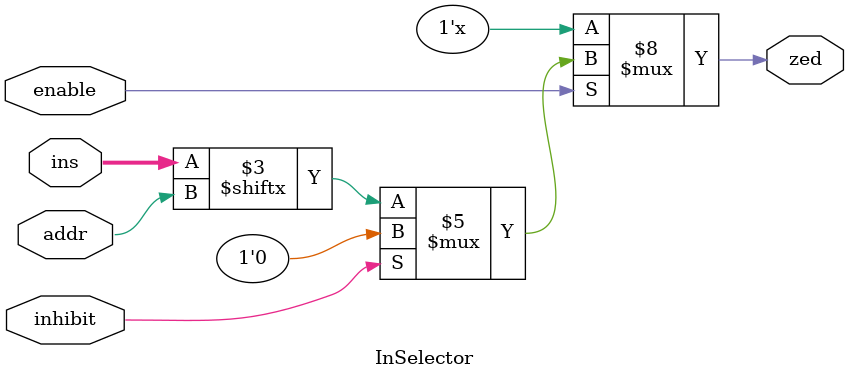
<source format=v>
module InSelector(enable, inhibit, zed, ins, addr);
    input enable;
    input inhibit;
    input addr;
    input [7:0] ins;

    output reg zed;

    always @ (*) begin
        if (~enable) begin
            zed <= 1'bz;
        end else if (inhibit) begin
            zed <= 1'b0;
        end else begin
            zed <= ins[addr];
        end
    end
endmodule
</source>
